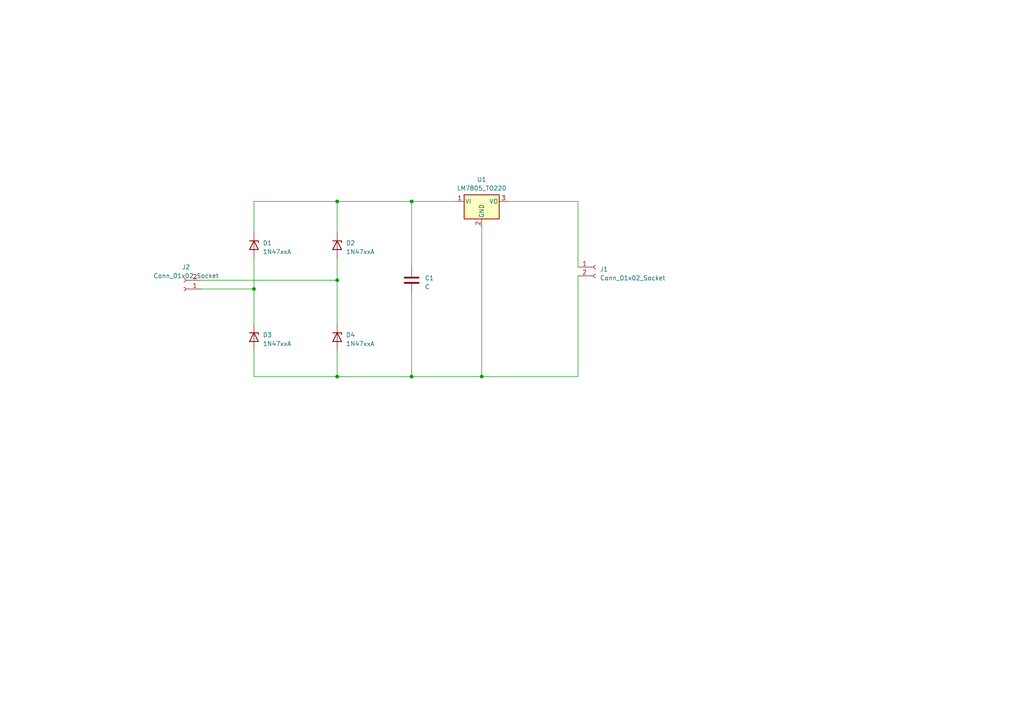
<source format=kicad_sch>
(kicad_sch (version 20230121) (generator eeschema)

  (uuid 521e43e2-6bd4-4149-95cc-8962f410c0d9)

  (paper "A4")

  (lib_symbols
    (symbol "Connector:Conn_01x02_Socket" (pin_names (offset 1.016) hide) (in_bom yes) (on_board yes)
      (property "Reference" "J" (at 0 2.54 0)
        (effects (font (size 1.27 1.27)))
      )
      (property "Value" "Conn_01x02_Socket" (at 0 -5.08 0)
        (effects (font (size 1.27 1.27)))
      )
      (property "Footprint" "" (at 0 0 0)
        (effects (font (size 1.27 1.27)) hide)
      )
      (property "Datasheet" "~" (at 0 0 0)
        (effects (font (size 1.27 1.27)) hide)
      )
      (property "ki_locked" "" (at 0 0 0)
        (effects (font (size 1.27 1.27)))
      )
      (property "ki_keywords" "connector" (at 0 0 0)
        (effects (font (size 1.27 1.27)) hide)
      )
      (property "ki_description" "Generic connector, single row, 01x02, script generated" (at 0 0 0)
        (effects (font (size 1.27 1.27)) hide)
      )
      (property "ki_fp_filters" "Connector*:*_1x??_*" (at 0 0 0)
        (effects (font (size 1.27 1.27)) hide)
      )
      (symbol "Conn_01x02_Socket_1_1"
        (arc (start 0 -2.032) (mid -0.5058 -2.54) (end 0 -3.048)
          (stroke (width 0.1524) (type default))
          (fill (type none))
        )
        (polyline
          (pts
            (xy -1.27 -2.54)
            (xy -0.508 -2.54)
          )
          (stroke (width 0.1524) (type default))
          (fill (type none))
        )
        (polyline
          (pts
            (xy -1.27 0)
            (xy -0.508 0)
          )
          (stroke (width 0.1524) (type default))
          (fill (type none))
        )
        (arc (start 0 0.508) (mid -0.5058 0) (end 0 -0.508)
          (stroke (width 0.1524) (type default))
          (fill (type none))
        )
        (pin passive line (at -5.08 0 0) (length 3.81)
          (name "Pin_1" (effects (font (size 1.27 1.27))))
          (number "1" (effects (font (size 1.27 1.27))))
        )
        (pin passive line (at -5.08 -2.54 0) (length 3.81)
          (name "Pin_2" (effects (font (size 1.27 1.27))))
          (number "2" (effects (font (size 1.27 1.27))))
        )
      )
    )
    (symbol "Device:C" (pin_numbers hide) (pin_names (offset 0.254)) (in_bom yes) (on_board yes)
      (property "Reference" "C" (at 0.635 2.54 0)
        (effects (font (size 1.27 1.27)) (justify left))
      )
      (property "Value" "C" (at 0.635 -2.54 0)
        (effects (font (size 1.27 1.27)) (justify left))
      )
      (property "Footprint" "" (at 0.9652 -3.81 0)
        (effects (font (size 1.27 1.27)) hide)
      )
      (property "Datasheet" "~" (at 0 0 0)
        (effects (font (size 1.27 1.27)) hide)
      )
      (property "ki_keywords" "cap capacitor" (at 0 0 0)
        (effects (font (size 1.27 1.27)) hide)
      )
      (property "ki_description" "Unpolarized capacitor" (at 0 0 0)
        (effects (font (size 1.27 1.27)) hide)
      )
      (property "ki_fp_filters" "C_*" (at 0 0 0)
        (effects (font (size 1.27 1.27)) hide)
      )
      (symbol "C_0_1"
        (polyline
          (pts
            (xy -2.032 -0.762)
            (xy 2.032 -0.762)
          )
          (stroke (width 0.508) (type default))
          (fill (type none))
        )
        (polyline
          (pts
            (xy -2.032 0.762)
            (xy 2.032 0.762)
          )
          (stroke (width 0.508) (type default))
          (fill (type none))
        )
      )
      (symbol "C_1_1"
        (pin passive line (at 0 3.81 270) (length 2.794)
          (name "~" (effects (font (size 1.27 1.27))))
          (number "1" (effects (font (size 1.27 1.27))))
        )
        (pin passive line (at 0 -3.81 90) (length 2.794)
          (name "~" (effects (font (size 1.27 1.27))))
          (number "2" (effects (font (size 1.27 1.27))))
        )
      )
    )
    (symbol "Diode:1N47xxA" (pin_numbers hide) (pin_names hide) (in_bom yes) (on_board yes)
      (property "Reference" "D" (at 0 2.54 0)
        (effects (font (size 1.27 1.27)))
      )
      (property "Value" "1N47xxA" (at 0 -2.54 0)
        (effects (font (size 1.27 1.27)))
      )
      (property "Footprint" "Diode_THT:D_DO-41_SOD81_P10.16mm_Horizontal" (at 0 -4.445 0)
        (effects (font (size 1.27 1.27)) hide)
      )
      (property "Datasheet" "https://www.vishay.com/docs/85816/1n4728a.pdf" (at 0 0 0)
        (effects (font (size 1.27 1.27)) hide)
      )
      (property "ki_keywords" "zener diode" (at 0 0 0)
        (effects (font (size 1.27 1.27)) hide)
      )
      (property "ki_description" "1300mW Silicon planar power Zener diodes, DO-41" (at 0 0 0)
        (effects (font (size 1.27 1.27)) hide)
      )
      (property "ki_fp_filters" "D*DO?41*" (at 0 0 0)
        (effects (font (size 1.27 1.27)) hide)
      )
      (symbol "1N47xxA_0_1"
        (polyline
          (pts
            (xy 1.27 0)
            (xy -1.27 0)
          )
          (stroke (width 0) (type default))
          (fill (type none))
        )
        (polyline
          (pts
            (xy -1.27 -1.27)
            (xy -1.27 1.27)
            (xy -0.762 1.27)
          )
          (stroke (width 0.254) (type default))
          (fill (type none))
        )
        (polyline
          (pts
            (xy 1.27 -1.27)
            (xy 1.27 1.27)
            (xy -1.27 0)
            (xy 1.27 -1.27)
          )
          (stroke (width 0.254) (type default))
          (fill (type none))
        )
      )
      (symbol "1N47xxA_1_1"
        (pin passive line (at -3.81 0 0) (length 2.54)
          (name "K" (effects (font (size 1.27 1.27))))
          (number "1" (effects (font (size 1.27 1.27))))
        )
        (pin passive line (at 3.81 0 180) (length 2.54)
          (name "A" (effects (font (size 1.27 1.27))))
          (number "2" (effects (font (size 1.27 1.27))))
        )
      )
    )
    (symbol "Regulator_Linear:LM7805_TO220" (pin_names (offset 0.254)) (in_bom yes) (on_board yes)
      (property "Reference" "U" (at -3.81 3.175 0)
        (effects (font (size 1.27 1.27)))
      )
      (property "Value" "LM7805_TO220" (at 0 3.175 0)
        (effects (font (size 1.27 1.27)) (justify left))
      )
      (property "Footprint" "Package_TO_SOT_THT:TO-220-3_Vertical" (at 0 5.715 0)
        (effects (font (size 1.27 1.27) italic) hide)
      )
      (property "Datasheet" "https://www.onsemi.cn/PowerSolutions/document/MC7800-D.PDF" (at 0 -1.27 0)
        (effects (font (size 1.27 1.27)) hide)
      )
      (property "ki_keywords" "Voltage Regulator 1A Positive" (at 0 0 0)
        (effects (font (size 1.27 1.27)) hide)
      )
      (property "ki_description" "Positive 1A 35V Linear Regulator, Fixed Output 5V, TO-220" (at 0 0 0)
        (effects (font (size 1.27 1.27)) hide)
      )
      (property "ki_fp_filters" "TO?220*" (at 0 0 0)
        (effects (font (size 1.27 1.27)) hide)
      )
      (symbol "LM7805_TO220_0_1"
        (rectangle (start -5.08 1.905) (end 5.08 -5.08)
          (stroke (width 0.254) (type default))
          (fill (type background))
        )
      )
      (symbol "LM7805_TO220_1_1"
        (pin power_in line (at -7.62 0 0) (length 2.54)
          (name "VI" (effects (font (size 1.27 1.27))))
          (number "1" (effects (font (size 1.27 1.27))))
        )
        (pin power_in line (at 0 -7.62 90) (length 2.54)
          (name "GND" (effects (font (size 1.27 1.27))))
          (number "2" (effects (font (size 1.27 1.27))))
        )
        (pin power_out line (at 7.62 0 180) (length 2.54)
          (name "VO" (effects (font (size 1.27 1.27))))
          (number "3" (effects (font (size 1.27 1.27))))
        )
      )
    )
  )

  (junction (at 139.7 109.22) (diameter 0) (color 0 0 0 0)
    (uuid 698babba-7984-4b94-a82b-e9d946376cd9)
  )
  (junction (at 97.79 109.22) (diameter 0) (color 0 0 0 0)
    (uuid 8a7e1a0d-28d5-4078-bc85-8cb4cf62508d)
  )
  (junction (at 97.79 81.28) (diameter 0) (color 0 0 0 0)
    (uuid c5aebc46-c774-4dcf-8345-d28e5fe9abe8)
  )
  (junction (at 97.79 58.42) (diameter 0) (color 0 0 0 0)
    (uuid cdcba170-380c-4663-bdf1-94ee51ca8ad1)
  )
  (junction (at 119.38 109.22) (diameter 0) (color 0 0 0 0)
    (uuid d3377a52-dcf3-4c03-8933-497123078c0d)
  )
  (junction (at 119.38 58.42) (diameter 0) (color 0 0 0 0)
    (uuid e9a9c811-32c2-4aa8-8409-c423e11cf089)
  )
  (junction (at 73.66 83.82) (diameter 0) (color 0 0 0 0)
    (uuid f5959758-9260-4e47-a890-fca1569da09a)
  )

  (wire (pts (xy 97.79 58.42) (xy 119.38 58.42))
    (stroke (width 0) (type default))
    (uuid 049eddf9-19e6-4d39-b19c-f5776c8eae42)
  )
  (wire (pts (xy 97.79 74.93) (xy 97.79 81.28))
    (stroke (width 0) (type default))
    (uuid 0c96a0bb-6ae6-47a6-8a58-18239c603c52)
  )
  (wire (pts (xy 73.66 83.82) (xy 73.66 93.98))
    (stroke (width 0) (type default))
    (uuid 14b71716-ce95-4736-be10-da6427dc59b2)
  )
  (wire (pts (xy 97.79 58.42) (xy 97.79 67.31))
    (stroke (width 0) (type default))
    (uuid 189d9504-4d64-4c6c-81a7-de092b3ce3e7)
  )
  (wire (pts (xy 58.42 81.28) (xy 97.79 81.28))
    (stroke (width 0) (type default))
    (uuid 19eaf2de-0241-4272-8545-fdf8525ea8cd)
  )
  (wire (pts (xy 73.66 101.6) (xy 73.66 109.22))
    (stroke (width 0) (type default))
    (uuid 285bb8ac-0a41-496e-a90e-2e6909245b0f)
  )
  (wire (pts (xy 147.32 58.42) (xy 167.64 58.42))
    (stroke (width 0) (type default))
    (uuid 2a002435-0050-4567-be90-3c1f759e1982)
  )
  (wire (pts (xy 58.42 83.82) (xy 73.66 83.82))
    (stroke (width 0) (type default))
    (uuid 39100798-aff3-4c5f-85f7-d53ab40089ce)
  )
  (wire (pts (xy 139.7 109.22) (xy 119.38 109.22))
    (stroke (width 0) (type default))
    (uuid 399e49da-81ae-42ea-b83c-29dd0ad3bf3a)
  )
  (wire (pts (xy 119.38 85.09) (xy 119.38 109.22))
    (stroke (width 0) (type default))
    (uuid 3bff4e51-a91c-4fd4-ac4d-7508e93396b5)
  )
  (wire (pts (xy 73.66 74.93) (xy 73.66 83.82))
    (stroke (width 0) (type default))
    (uuid 3f4624f7-a84d-4c32-9de0-7aa3d089e3ef)
  )
  (wire (pts (xy 73.66 67.31) (xy 73.66 58.42))
    (stroke (width 0) (type default))
    (uuid 510390b4-f80d-4046-8d51-4a89b9ecf962)
  )
  (wire (pts (xy 167.64 58.42) (xy 167.64 77.47))
    (stroke (width 0) (type default))
    (uuid 52445d64-ece1-48b3-bcbe-b5173354a7bf)
  )
  (wire (pts (xy 73.66 58.42) (xy 97.79 58.42))
    (stroke (width 0) (type default))
    (uuid 633bdf28-1277-4d08-b139-d501d12b49ed)
  )
  (wire (pts (xy 167.64 109.22) (xy 139.7 109.22))
    (stroke (width 0) (type default))
    (uuid 79b318ad-ac1f-4a3d-9130-dccbc19c2852)
  )
  (wire (pts (xy 139.7 66.04) (xy 139.7 109.22))
    (stroke (width 0) (type default))
    (uuid 9b28536b-dc4d-41de-a064-020a2b1a276b)
  )
  (wire (pts (xy 119.38 58.42) (xy 119.38 77.47))
    (stroke (width 0) (type default))
    (uuid 9c0a7ffd-107f-46cf-aea7-df954f26aaa5)
  )
  (wire (pts (xy 119.38 109.22) (xy 97.79 109.22))
    (stroke (width 0) (type default))
    (uuid aaf5820f-847d-4df8-8d2d-10631aa5de47)
  )
  (wire (pts (xy 119.38 58.42) (xy 132.08 58.42))
    (stroke (width 0) (type default))
    (uuid db69f200-d44a-4577-b101-6b6803329708)
  )
  (wire (pts (xy 73.66 109.22) (xy 97.79 109.22))
    (stroke (width 0) (type default))
    (uuid e0f8b658-9b75-440e-a57b-677561e9f0cf)
  )
  (wire (pts (xy 97.79 109.22) (xy 97.79 101.6))
    (stroke (width 0) (type default))
    (uuid eda73355-5934-4587-ab3e-c90c03389a4a)
  )
  (wire (pts (xy 167.64 80.01) (xy 167.64 109.22))
    (stroke (width 0) (type default))
    (uuid ee54fe70-405d-4f28-91da-7e6873e45479)
  )
  (wire (pts (xy 97.79 81.28) (xy 97.79 93.98))
    (stroke (width 0) (type default))
    (uuid f4d16d8c-0255-4446-8d99-644b577685ab)
  )

  (symbol (lib_id "Regulator_Linear:LM7805_TO220") (at 139.7 58.42 0) (unit 1)
    (in_bom yes) (on_board yes) (dnp no) (fields_autoplaced)
    (uuid 04cd56fe-c050-4e0d-9cb6-d14a3502e281)
    (property "Reference" "U1" (at 139.7 52.07 0)
      (effects (font (size 1.27 1.27)))
    )
    (property "Value" "LM7805_TO220" (at 139.7 54.61 0)
      (effects (font (size 1.27 1.27)))
    )
    (property "Footprint" "Package_TO_SOT_THT:TO-220-3_Vertical" (at 139.7 52.705 0)
      (effects (font (size 1.27 1.27) italic) hide)
    )
    (property "Datasheet" "https://www.onsemi.cn/PowerSolutions/document/MC7800-D.PDF" (at 139.7 59.69 0)
      (effects (font (size 1.27 1.27)) hide)
    )
    (pin "1" (uuid b4f3454d-d152-4c33-ac9f-a97dd55b5f41))
    (pin "2" (uuid 5306c84a-9018-4f1b-a039-9c4641c17ef3))
    (pin "3" (uuid 999bb5f5-25ba-444f-b3b4-1cc0f9c44238))
    (instances
      (project "Receiver"
        (path "/521e43e2-6bd4-4149-95cc-8962f410c0d9"
          (reference "U1") (unit 1)
        )
      )
    )
  )

  (symbol (lib_id "Diode:1N47xxA") (at 97.79 97.79 270) (unit 1)
    (in_bom yes) (on_board yes) (dnp no) (fields_autoplaced)
    (uuid 0d6965ff-cbbc-43d0-840f-2e5c67c03d29)
    (property "Reference" "D4" (at 100.33 97.155 90)
      (effects (font (size 1.27 1.27)) (justify left))
    )
    (property "Value" "1N47xxA" (at 100.33 99.695 90)
      (effects (font (size 1.27 1.27)) (justify left))
    )
    (property "Footprint" "Diode_THT:D_DO-41_SOD81_P10.16mm_Horizontal" (at 93.345 97.79 0)
      (effects (font (size 1.27 1.27)) hide)
    )
    (property "Datasheet" "https://www.vishay.com/docs/85816/1n4728a.pdf" (at 97.79 97.79 0)
      (effects (font (size 1.27 1.27)) hide)
    )
    (pin "1" (uuid e5e4bd9e-e581-4902-aab4-c8f4378cc9af))
    (pin "2" (uuid e12a5d66-002c-4461-b13a-a8838d970ae4))
    (instances
      (project "Receiver"
        (path "/521e43e2-6bd4-4149-95cc-8962f410c0d9"
          (reference "D4") (unit 1)
        )
      )
    )
  )

  (symbol (lib_id "Diode:1N47xxA") (at 97.79 71.12 270) (unit 1)
    (in_bom yes) (on_board yes) (dnp no) (fields_autoplaced)
    (uuid 26831888-f1ee-4453-9fd8-f49e83d99329)
    (property "Reference" "D2" (at 100.33 70.485 90)
      (effects (font (size 1.27 1.27)) (justify left))
    )
    (property "Value" "1N47xxA" (at 100.33 73.025 90)
      (effects (font (size 1.27 1.27)) (justify left))
    )
    (property "Footprint" "Diode_THT:D_DO-41_SOD81_P10.16mm_Horizontal" (at 93.345 71.12 0)
      (effects (font (size 1.27 1.27)) hide)
    )
    (property "Datasheet" "https://www.vishay.com/docs/85816/1n4728a.pdf" (at 97.79 71.12 0)
      (effects (font (size 1.27 1.27)) hide)
    )
    (pin "1" (uuid 4ef50574-8a1e-49fc-8685-dd927278f2a3))
    (pin "2" (uuid cf42f972-9681-4b82-8bba-625612bbfc64))
    (instances
      (project "Receiver"
        (path "/521e43e2-6bd4-4149-95cc-8962f410c0d9"
          (reference "D2") (unit 1)
        )
      )
    )
  )

  (symbol (lib_id "Diode:1N47xxA") (at 73.66 71.12 270) (unit 1)
    (in_bom yes) (on_board yes) (dnp no) (fields_autoplaced)
    (uuid 4556adc7-6511-4625-9a0d-23637c219a17)
    (property "Reference" "D1" (at 76.2 70.485 90)
      (effects (font (size 1.27 1.27)) (justify left))
    )
    (property "Value" "1N47xxA" (at 76.2 73.025 90)
      (effects (font (size 1.27 1.27)) (justify left))
    )
    (property "Footprint" "Diode_THT:D_DO-41_SOD81_P10.16mm_Horizontal" (at 69.215 71.12 0)
      (effects (font (size 1.27 1.27)) hide)
    )
    (property "Datasheet" "https://www.vishay.com/docs/85816/1n4728a.pdf" (at 73.66 71.12 0)
      (effects (font (size 1.27 1.27)) hide)
    )
    (pin "1" (uuid 32cd5486-3713-4fa7-a513-529c78219174))
    (pin "2" (uuid 2e7ffed5-4a6f-4e22-a419-b1da2ea302f8))
    (instances
      (project "Receiver"
        (path "/521e43e2-6bd4-4149-95cc-8962f410c0d9"
          (reference "D1") (unit 1)
        )
      )
    )
  )

  (symbol (lib_id "Device:C") (at 119.38 81.28 0) (unit 1)
    (in_bom yes) (on_board yes) (dnp no) (fields_autoplaced)
    (uuid 580dc346-00c4-4623-90f0-0cacb84cb144)
    (property "Reference" "C1" (at 123.19 80.645 0)
      (effects (font (size 1.27 1.27)) (justify left))
    )
    (property "Value" "C" (at 123.19 83.185 0)
      (effects (font (size 1.27 1.27)) (justify left))
    )
    (property "Footprint" "Capacitor_THT:CP_Axial_L11.0mm_D6.0mm_P18.00mm_Horizontal" (at 120.3452 85.09 0)
      (effects (font (size 1.27 1.27)) hide)
    )
    (property "Datasheet" "~" (at 119.38 81.28 0)
      (effects (font (size 1.27 1.27)) hide)
    )
    (pin "1" (uuid f27799f9-b89a-458a-8492-5d84aa27e137))
    (pin "2" (uuid a1adeeb6-8ff5-4b72-8dc9-433b35760eae))
    (instances
      (project "Receiver"
        (path "/521e43e2-6bd4-4149-95cc-8962f410c0d9"
          (reference "C1") (unit 1)
        )
      )
    )
  )

  (symbol (lib_id "Connector:Conn_01x02_Socket") (at 53.34 83.82 180) (unit 1)
    (in_bom yes) (on_board yes) (dnp no) (fields_autoplaced)
    (uuid 7d140cf1-0777-478a-89ac-bddcdc83545f)
    (property "Reference" "J2" (at 53.975 77.47 0)
      (effects (font (size 1.27 1.27)))
    )
    (property "Value" "Conn_01x02_Socket" (at 53.975 80.01 0)
      (effects (font (size 1.27 1.27)))
    )
    (property "Footprint" "Connector:Banana_Jack_2Pin" (at 53.34 83.82 0)
      (effects (font (size 1.27 1.27)) hide)
    )
    (property "Datasheet" "~" (at 53.34 83.82 0)
      (effects (font (size 1.27 1.27)) hide)
    )
    (pin "1" (uuid 9699edf1-3648-45b0-98c0-72572efb2f78))
    (pin "2" (uuid f026cfb0-acbb-4a9f-aeca-b772148e14d9))
    (instances
      (project "Receiver"
        (path "/521e43e2-6bd4-4149-95cc-8962f410c0d9"
          (reference "J2") (unit 1)
        )
      )
    )
  )

  (symbol (lib_id "Connector:Conn_01x02_Socket") (at 172.72 77.47 0) (unit 1)
    (in_bom yes) (on_board yes) (dnp no) (fields_autoplaced)
    (uuid c64266ab-988f-4136-8cea-f07151e6df42)
    (property "Reference" "J1" (at 173.99 78.105 0)
      (effects (font (size 1.27 1.27)) (justify left))
    )
    (property "Value" "Conn_01x02_Socket" (at 173.99 80.645 0)
      (effects (font (size 1.27 1.27)) (justify left))
    )
    (property "Footprint" "Connector:Banana_Jack_2Pin" (at 172.72 77.47 0)
      (effects (font (size 1.27 1.27)) hide)
    )
    (property "Datasheet" "~" (at 172.72 77.47 0)
      (effects (font (size 1.27 1.27)) hide)
    )
    (pin "1" (uuid 554cbfc4-930c-450d-b350-568ba13916ea))
    (pin "2" (uuid 9d786fcd-6224-4b60-9859-8f60372306ef))
    (instances
      (project "Receiver"
        (path "/521e43e2-6bd4-4149-95cc-8962f410c0d9"
          (reference "J1") (unit 1)
        )
      )
    )
  )

  (symbol (lib_id "Diode:1N47xxA") (at 73.66 97.79 270) (unit 1)
    (in_bom yes) (on_board yes) (dnp no) (fields_autoplaced)
    (uuid f8cd335d-2764-4895-8eac-691a20002fc1)
    (property "Reference" "D3" (at 76.2 97.155 90)
      (effects (font (size 1.27 1.27)) (justify left))
    )
    (property "Value" "1N47xxA" (at 76.2 99.695 90)
      (effects (font (size 1.27 1.27)) (justify left))
    )
    (property "Footprint" "Diode_THT:D_DO-41_SOD81_P10.16mm_Horizontal" (at 69.215 97.79 0)
      (effects (font (size 1.27 1.27)) hide)
    )
    (property "Datasheet" "https://www.vishay.com/docs/85816/1n4728a.pdf" (at 73.66 97.79 0)
      (effects (font (size 1.27 1.27)) hide)
    )
    (pin "1" (uuid 6a16cfc3-c3e9-4903-afbe-92e42e526754))
    (pin "2" (uuid 93f2d106-cd59-47dc-b4a0-29fadbacc1ca))
    (instances
      (project "Receiver"
        (path "/521e43e2-6bd4-4149-95cc-8962f410c0d9"
          (reference "D3") (unit 1)
        )
      )
    )
  )

  (sheet_instances
    (path "/" (page "1"))
  )
)

</source>
